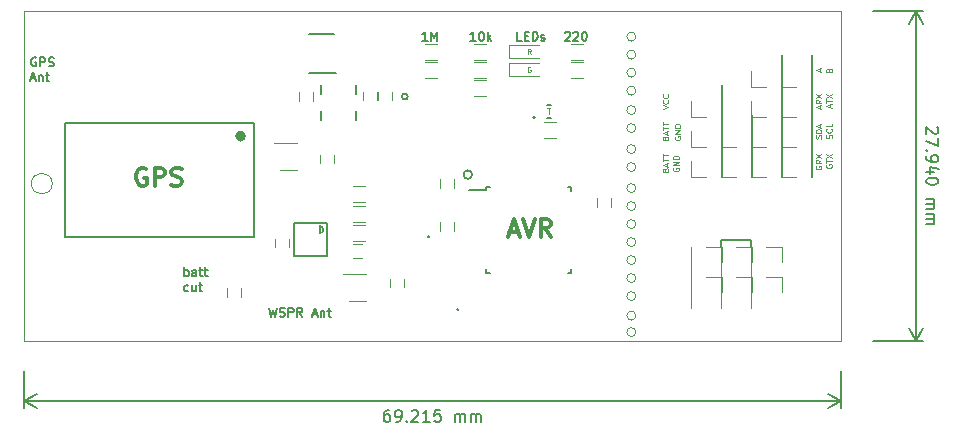
<source format=gbr>
G04 #@! TF.GenerationSoftware,KiCad,Pcbnew,(5.1.0)-1*
G04 #@! TF.CreationDate,2019-05-20T22:37:16-04:00*
G04 #@! TF.ProjectId,PicoTrackerWSPR1Rev5,5069636f-5472-4616-936b-657257535052,rev?*
G04 #@! TF.SameCoordinates,Original*
G04 #@! TF.FileFunction,Legend,Top*
G04 #@! TF.FilePolarity,Positive*
%FSLAX46Y46*%
G04 Gerber Fmt 4.6, Leading zero omitted, Abs format (unit mm)*
G04 Created by KiCad (PCBNEW (5.1.0)-1) date 2019-05-20 22:37:16*
%MOMM*%
%LPD*%
G04 APERTURE LIST*
%ADD10C,0.150000*%
%ADD11C,0.100000*%
%ADD12C,0.125000*%
%ADD13C,0.127000*%
%ADD14C,0.050000*%
%ADD15C,0.300000*%
%ADD16C,0.200000*%
%ADD17C,0.203200*%
%ADD18C,0.120000*%
%ADD19C,0.398780*%
%ADD20C,0.152400*%
G04 APERTURE END LIST*
D10*
X84915833Y-96002380D02*
X84725357Y-96002380D01*
X84630119Y-96050000D01*
X84582500Y-96097619D01*
X84487261Y-96240476D01*
X84439642Y-96430952D01*
X84439642Y-96811904D01*
X84487261Y-96907142D01*
X84534880Y-96954761D01*
X84630119Y-97002380D01*
X84820595Y-97002380D01*
X84915833Y-96954761D01*
X84963452Y-96907142D01*
X85011071Y-96811904D01*
X85011071Y-96573809D01*
X84963452Y-96478571D01*
X84915833Y-96430952D01*
X84820595Y-96383333D01*
X84630119Y-96383333D01*
X84534880Y-96430952D01*
X84487261Y-96478571D01*
X84439642Y-96573809D01*
X85487261Y-97002380D02*
X85677738Y-97002380D01*
X85772976Y-96954761D01*
X85820595Y-96907142D01*
X85915833Y-96764285D01*
X85963452Y-96573809D01*
X85963452Y-96192857D01*
X85915833Y-96097619D01*
X85868214Y-96050000D01*
X85772976Y-96002380D01*
X85582500Y-96002380D01*
X85487261Y-96050000D01*
X85439642Y-96097619D01*
X85392023Y-96192857D01*
X85392023Y-96430952D01*
X85439642Y-96526190D01*
X85487261Y-96573809D01*
X85582500Y-96621428D01*
X85772976Y-96621428D01*
X85868214Y-96573809D01*
X85915833Y-96526190D01*
X85963452Y-96430952D01*
X86392023Y-96907142D02*
X86439642Y-96954761D01*
X86392023Y-97002380D01*
X86344404Y-96954761D01*
X86392023Y-96907142D01*
X86392023Y-97002380D01*
X86820595Y-96097619D02*
X86868214Y-96050000D01*
X86963452Y-96002380D01*
X87201547Y-96002380D01*
X87296785Y-96050000D01*
X87344404Y-96097619D01*
X87392023Y-96192857D01*
X87392023Y-96288095D01*
X87344404Y-96430952D01*
X86772976Y-97002380D01*
X87392023Y-97002380D01*
X88344404Y-97002380D02*
X87772976Y-97002380D01*
X88058690Y-97002380D02*
X88058690Y-96002380D01*
X87963452Y-96145238D01*
X87868214Y-96240476D01*
X87772976Y-96288095D01*
X89249166Y-96002380D02*
X88772976Y-96002380D01*
X88725357Y-96478571D01*
X88772976Y-96430952D01*
X88868214Y-96383333D01*
X89106309Y-96383333D01*
X89201547Y-96430952D01*
X89249166Y-96478571D01*
X89296785Y-96573809D01*
X89296785Y-96811904D01*
X89249166Y-96907142D01*
X89201547Y-96954761D01*
X89106309Y-97002380D01*
X88868214Y-97002380D01*
X88772976Y-96954761D01*
X88725357Y-96907142D01*
X90487261Y-97002380D02*
X90487261Y-96335714D01*
X90487261Y-96430952D02*
X90534880Y-96383333D01*
X90630119Y-96335714D01*
X90772976Y-96335714D01*
X90868214Y-96383333D01*
X90915833Y-96478571D01*
X90915833Y-97002380D01*
X90915833Y-96478571D02*
X90963452Y-96383333D01*
X91058690Y-96335714D01*
X91201547Y-96335714D01*
X91296785Y-96383333D01*
X91344404Y-96478571D01*
X91344404Y-97002380D01*
X91820595Y-97002380D02*
X91820595Y-96335714D01*
X91820595Y-96430952D02*
X91868214Y-96383333D01*
X91963452Y-96335714D01*
X92106309Y-96335714D01*
X92201547Y-96383333D01*
X92249166Y-96478571D01*
X92249166Y-97002380D01*
X92249166Y-96478571D02*
X92296785Y-96383333D01*
X92392023Y-96335714D01*
X92534880Y-96335714D01*
X92630119Y-96383333D01*
X92677738Y-96478571D01*
X92677738Y-97002380D01*
X123190000Y-95250000D02*
X53975000Y-95250000D01*
X123190000Y-92710000D02*
X123190000Y-95836421D01*
X53975000Y-92710000D02*
X53975000Y-95836421D01*
X53975000Y-95250000D02*
X55101504Y-94663579D01*
X53975000Y-95250000D02*
X55101504Y-95836421D01*
X123190000Y-95250000D02*
X122063496Y-94663579D01*
X123190000Y-95250000D02*
X122063496Y-95836421D01*
D11*
X53975000Y-62230000D02*
X53975000Y-63500000D01*
X123190000Y-62230000D02*
X123190000Y-63500000D01*
X53975000Y-90170000D02*
X53975000Y-63500000D01*
X123190000Y-90170000D02*
X53975000Y-90170000D01*
X123190000Y-63500000D02*
X123190000Y-90170000D01*
X53975000Y-62230000D02*
X123190000Y-62230000D01*
X105791021Y-89408000D02*
G75*
G03X105791021Y-89408000I-381021J0D01*
G01*
D12*
X121368333Y-67343583D02*
X121368333Y-67105488D01*
X121511190Y-67391202D02*
X121011190Y-67224535D01*
X121511190Y-67057869D01*
X122138285Y-67224535D02*
X122162095Y-67153107D01*
X122185904Y-67129297D01*
X122233523Y-67105488D01*
X122304952Y-67105488D01*
X122352571Y-67129297D01*
X122376380Y-67153107D01*
X122400190Y-67200726D01*
X122400190Y-67391202D01*
X121900190Y-67391202D01*
X121900190Y-67224535D01*
X121924000Y-67176916D01*
X121947809Y-67153107D01*
X121995428Y-67129297D01*
X122043047Y-67129297D01*
X122090666Y-67153107D01*
X122114476Y-67176916D01*
X122138285Y-67224535D01*
X122138285Y-67391202D01*
X122257333Y-70359726D02*
X122257333Y-70121630D01*
X122400190Y-70407345D02*
X121900190Y-70240678D01*
X122400190Y-70074011D01*
X121900190Y-69978773D02*
X121900190Y-69693059D01*
X122400190Y-69835916D02*
X121900190Y-69835916D01*
X121900190Y-69574011D02*
X122400190Y-69240678D01*
X121900190Y-69240678D02*
X122400190Y-69574011D01*
X121368333Y-70478773D02*
X121368333Y-70240678D01*
X121511190Y-70526392D02*
X121011190Y-70359726D01*
X121511190Y-70193059D01*
X121511190Y-69740678D02*
X121273095Y-69907345D01*
X121511190Y-70026392D02*
X121011190Y-70026392D01*
X121011190Y-69835916D01*
X121035000Y-69788297D01*
X121058809Y-69764488D01*
X121106428Y-69740678D01*
X121177857Y-69740678D01*
X121225476Y-69764488D01*
X121249285Y-69788297D01*
X121273095Y-69835916D01*
X121273095Y-70026392D01*
X121011190Y-69574011D02*
X121511190Y-69240678D01*
X121011190Y-69240678D02*
X121511190Y-69574011D01*
X121487380Y-73018773D02*
X121511190Y-72947345D01*
X121511190Y-72828297D01*
X121487380Y-72780678D01*
X121463571Y-72756869D01*
X121415952Y-72733059D01*
X121368333Y-72733059D01*
X121320714Y-72756869D01*
X121296904Y-72780678D01*
X121273095Y-72828297D01*
X121249285Y-72923535D01*
X121225476Y-72971154D01*
X121201666Y-72994964D01*
X121154047Y-73018773D01*
X121106428Y-73018773D01*
X121058809Y-72994964D01*
X121035000Y-72971154D01*
X121011190Y-72923535D01*
X121011190Y-72804488D01*
X121035000Y-72733059D01*
X121511190Y-72518773D02*
X121011190Y-72518773D01*
X121011190Y-72399726D01*
X121035000Y-72328297D01*
X121082619Y-72280678D01*
X121130238Y-72256869D01*
X121225476Y-72233059D01*
X121296904Y-72233059D01*
X121392142Y-72256869D01*
X121439761Y-72280678D01*
X121487380Y-72328297D01*
X121511190Y-72399726D01*
X121511190Y-72518773D01*
X121368333Y-72042583D02*
X121368333Y-71804488D01*
X121511190Y-72090202D02*
X121011190Y-71923535D01*
X121511190Y-71756869D01*
X122376380Y-72994964D02*
X122400190Y-72923535D01*
X122400190Y-72804488D01*
X122376380Y-72756869D01*
X122352571Y-72733059D01*
X122304952Y-72709250D01*
X122257333Y-72709250D01*
X122209714Y-72733059D01*
X122185904Y-72756869D01*
X122162095Y-72804488D01*
X122138285Y-72899726D01*
X122114476Y-72947345D01*
X122090666Y-72971154D01*
X122043047Y-72994964D01*
X121995428Y-72994964D01*
X121947809Y-72971154D01*
X121924000Y-72947345D01*
X121900190Y-72899726D01*
X121900190Y-72780678D01*
X121924000Y-72709250D01*
X122352571Y-72209250D02*
X122376380Y-72233059D01*
X122400190Y-72304488D01*
X122400190Y-72352107D01*
X122376380Y-72423535D01*
X122328761Y-72471154D01*
X122281142Y-72494964D01*
X122185904Y-72518773D01*
X122114476Y-72518773D01*
X122019238Y-72494964D01*
X121971619Y-72471154D01*
X121924000Y-72423535D01*
X121900190Y-72352107D01*
X121900190Y-72304488D01*
X121924000Y-72233059D01*
X121947809Y-72209250D01*
X122400190Y-71756869D02*
X122400190Y-71994964D01*
X121900190Y-71994964D01*
X121924000Y-75225440D02*
X121900190Y-75273059D01*
X121900190Y-75344488D01*
X121924000Y-75415916D01*
X121971619Y-75463535D01*
X122019238Y-75487345D01*
X122114476Y-75511154D01*
X122185904Y-75511154D01*
X122281142Y-75487345D01*
X122328761Y-75463535D01*
X122376380Y-75415916D01*
X122400190Y-75344488D01*
X122400190Y-75296869D01*
X122376380Y-75225440D01*
X122352571Y-75201630D01*
X122185904Y-75201630D01*
X122185904Y-75296869D01*
X121900190Y-75058773D02*
X121900190Y-74773059D01*
X122400190Y-74915916D02*
X121900190Y-74915916D01*
X121900190Y-74654011D02*
X122400190Y-74320678D01*
X121900190Y-74320678D02*
X122400190Y-74654011D01*
X121035000Y-75344488D02*
X121011190Y-75392107D01*
X121011190Y-75463535D01*
X121035000Y-75534964D01*
X121082619Y-75582583D01*
X121130238Y-75606392D01*
X121225476Y-75630202D01*
X121296904Y-75630202D01*
X121392142Y-75606392D01*
X121439761Y-75582583D01*
X121487380Y-75534964D01*
X121511190Y-75463535D01*
X121511190Y-75415916D01*
X121487380Y-75344488D01*
X121463571Y-75320678D01*
X121296904Y-75320678D01*
X121296904Y-75415916D01*
X121511190Y-74820678D02*
X121273095Y-74987345D01*
X121511190Y-75106392D02*
X121011190Y-75106392D01*
X121011190Y-74915916D01*
X121035000Y-74868297D01*
X121058809Y-74844488D01*
X121106428Y-74820678D01*
X121177857Y-74820678D01*
X121225476Y-74844488D01*
X121249285Y-74868297D01*
X121273095Y-74915916D01*
X121273095Y-75106392D01*
X121011190Y-74654011D02*
X121511190Y-74320678D01*
X121011190Y-74320678D02*
X121511190Y-74654011D01*
X108057190Y-70550202D02*
X108557190Y-70383535D01*
X108057190Y-70216869D01*
X108509571Y-69764488D02*
X108533380Y-69788297D01*
X108557190Y-69859726D01*
X108557190Y-69907345D01*
X108533380Y-69978773D01*
X108485761Y-70026392D01*
X108438142Y-70050202D01*
X108342904Y-70074011D01*
X108271476Y-70074011D01*
X108176238Y-70050202D01*
X108128619Y-70026392D01*
X108081000Y-69978773D01*
X108057190Y-69907345D01*
X108057190Y-69859726D01*
X108081000Y-69788297D01*
X108104809Y-69764488D01*
X108509571Y-69264488D02*
X108533380Y-69288297D01*
X108557190Y-69359726D01*
X108557190Y-69407345D01*
X108533380Y-69478773D01*
X108485761Y-69526392D01*
X108438142Y-69550202D01*
X108342904Y-69574011D01*
X108271476Y-69574011D01*
X108176238Y-69550202D01*
X108128619Y-69526392D01*
X108081000Y-69478773D01*
X108057190Y-69407345D01*
X108057190Y-69359726D01*
X108081000Y-69288297D01*
X108104809Y-69264488D01*
X108295285Y-72987011D02*
X108319095Y-72915583D01*
X108342904Y-72891773D01*
X108390523Y-72867964D01*
X108461952Y-72867964D01*
X108509571Y-72891773D01*
X108533380Y-72915583D01*
X108557190Y-72963202D01*
X108557190Y-73153678D01*
X108057190Y-73153678D01*
X108057190Y-72987011D01*
X108081000Y-72939392D01*
X108104809Y-72915583D01*
X108152428Y-72891773D01*
X108200047Y-72891773D01*
X108247666Y-72915583D01*
X108271476Y-72939392D01*
X108295285Y-72987011D01*
X108295285Y-73153678D01*
X108414333Y-72677488D02*
X108414333Y-72439392D01*
X108557190Y-72725107D02*
X108057190Y-72558440D01*
X108557190Y-72391773D01*
X108057190Y-72296535D02*
X108057190Y-72010821D01*
X108557190Y-72153678D02*
X108057190Y-72153678D01*
X108057190Y-71915583D02*
X108057190Y-71629869D01*
X108557190Y-71772726D02*
X108057190Y-71772726D01*
X109097000Y-72852107D02*
X109073190Y-72899726D01*
X109073190Y-72971154D01*
X109097000Y-73042583D01*
X109144619Y-73090202D01*
X109192238Y-73114011D01*
X109287476Y-73137821D01*
X109358904Y-73137821D01*
X109454142Y-73114011D01*
X109501761Y-73090202D01*
X109549380Y-73042583D01*
X109573190Y-72971154D01*
X109573190Y-72923535D01*
X109549380Y-72852107D01*
X109525571Y-72828297D01*
X109358904Y-72828297D01*
X109358904Y-72923535D01*
X109573190Y-72614011D02*
X109073190Y-72614011D01*
X109573190Y-72328297D01*
X109073190Y-72328297D01*
X109573190Y-72090202D02*
X109073190Y-72090202D01*
X109073190Y-71971154D01*
X109097000Y-71899726D01*
X109144619Y-71852107D01*
X109192238Y-71828297D01*
X109287476Y-71804488D01*
X109358904Y-71804488D01*
X109454142Y-71828297D01*
X109501761Y-71852107D01*
X109549380Y-71899726D01*
X109573190Y-71971154D01*
X109573190Y-72090202D01*
X108970000Y-75519107D02*
X108946190Y-75566726D01*
X108946190Y-75638154D01*
X108970000Y-75709583D01*
X109017619Y-75757202D01*
X109065238Y-75781011D01*
X109160476Y-75804821D01*
X109231904Y-75804821D01*
X109327142Y-75781011D01*
X109374761Y-75757202D01*
X109422380Y-75709583D01*
X109446190Y-75638154D01*
X109446190Y-75590535D01*
X109422380Y-75519107D01*
X109398571Y-75495297D01*
X109231904Y-75495297D01*
X109231904Y-75590535D01*
X109446190Y-75281011D02*
X108946190Y-75281011D01*
X109446190Y-74995297D01*
X108946190Y-74995297D01*
X109446190Y-74757202D02*
X108946190Y-74757202D01*
X108946190Y-74638154D01*
X108970000Y-74566726D01*
X109017619Y-74519107D01*
X109065238Y-74495297D01*
X109160476Y-74471488D01*
X109231904Y-74471488D01*
X109327142Y-74495297D01*
X109374761Y-74519107D01*
X109422380Y-74566726D01*
X109446190Y-74638154D01*
X109446190Y-74757202D01*
X108295285Y-75654011D02*
X108319095Y-75582583D01*
X108342904Y-75558773D01*
X108390523Y-75534964D01*
X108461952Y-75534964D01*
X108509571Y-75558773D01*
X108533380Y-75582583D01*
X108557190Y-75630202D01*
X108557190Y-75820678D01*
X108057190Y-75820678D01*
X108057190Y-75654011D01*
X108081000Y-75606392D01*
X108104809Y-75582583D01*
X108152428Y-75558773D01*
X108200047Y-75558773D01*
X108247666Y-75582583D01*
X108271476Y-75606392D01*
X108295285Y-75654011D01*
X108295285Y-75820678D01*
X108414333Y-75344488D02*
X108414333Y-75106392D01*
X108557190Y-75392107D02*
X108057190Y-75225440D01*
X108557190Y-75058773D01*
X108057190Y-74963535D02*
X108057190Y-74677821D01*
X108557190Y-74820678D02*
X108057190Y-74820678D01*
X108057190Y-74582583D02*
X108057190Y-74296869D01*
X108557190Y-74439726D02*
X108057190Y-74439726D01*
D11*
X105791021Y-64389000D02*
G75*
G03X105791021Y-64389000I-381021J0D01*
G01*
X105791021Y-65913000D02*
G75*
G03X105791021Y-65913000I-381021J0D01*
G01*
X105791021Y-67437000D02*
G75*
G03X105791021Y-67437000I-381021J0D01*
G01*
X105791021Y-68961000D02*
G75*
G03X105791021Y-68961000I-381021J0D01*
G01*
X105791021Y-70612000D02*
G75*
G03X105791021Y-70612000I-381021J0D01*
G01*
X105791021Y-72136000D02*
G75*
G03X105791021Y-72136000I-381021J0D01*
G01*
X105791021Y-73914000D02*
G75*
G03X105791021Y-73914000I-381021J0D01*
G01*
X105791021Y-75438000D02*
G75*
G03X105791021Y-75438000I-381021J0D01*
G01*
X105791021Y-77216000D02*
G75*
G03X105791021Y-77216000I-381021J0D01*
G01*
X105791021Y-78740000D02*
G75*
G03X105791021Y-78740000I-381021J0D01*
G01*
X105791021Y-80264000D02*
G75*
G03X105791021Y-80264000I-381021J0D01*
G01*
X105791021Y-81788000D02*
G75*
G03X105791021Y-81788000I-381021J0D01*
G01*
X105791021Y-83312000D02*
G75*
G03X105791021Y-83312000I-381021J0D01*
G01*
X105791021Y-86360000D02*
G75*
G03X105791021Y-86360000I-381021J0D01*
G01*
X105791021Y-84836000D02*
G75*
G03X105791021Y-84836000I-381021J0D01*
G01*
D10*
X131292380Y-72057142D02*
X131340000Y-72104761D01*
X131387619Y-72200000D01*
X131387619Y-72438095D01*
X131340000Y-72533333D01*
X131292380Y-72580952D01*
X131197142Y-72628571D01*
X131101904Y-72628571D01*
X130959047Y-72580952D01*
X130387619Y-72009523D01*
X130387619Y-72628571D01*
X131387619Y-72961904D02*
X131387619Y-73628571D01*
X130387619Y-73200000D01*
X130482857Y-74009523D02*
X130435238Y-74057142D01*
X130387619Y-74009523D01*
X130435238Y-73961904D01*
X130482857Y-74009523D01*
X130387619Y-74009523D01*
X130387619Y-74533333D02*
X130387619Y-74723809D01*
X130435238Y-74819047D01*
X130482857Y-74866666D01*
X130625714Y-74961904D01*
X130816190Y-75009523D01*
X131197142Y-75009523D01*
X131292380Y-74961904D01*
X131340000Y-74914285D01*
X131387619Y-74819047D01*
X131387619Y-74628571D01*
X131340000Y-74533333D01*
X131292380Y-74485714D01*
X131197142Y-74438095D01*
X130959047Y-74438095D01*
X130863809Y-74485714D01*
X130816190Y-74533333D01*
X130768571Y-74628571D01*
X130768571Y-74819047D01*
X130816190Y-74914285D01*
X130863809Y-74961904D01*
X130959047Y-75009523D01*
X131054285Y-75866666D02*
X130387619Y-75866666D01*
X131435238Y-75628571D02*
X130720952Y-75390476D01*
X130720952Y-76009523D01*
X131387619Y-76580952D02*
X131387619Y-76676190D01*
X131340000Y-76771428D01*
X131292380Y-76819047D01*
X131197142Y-76866666D01*
X131006666Y-76914285D01*
X130768571Y-76914285D01*
X130578095Y-76866666D01*
X130482857Y-76819047D01*
X130435238Y-76771428D01*
X130387619Y-76676190D01*
X130387619Y-76580952D01*
X130435238Y-76485714D01*
X130482857Y-76438095D01*
X130578095Y-76390476D01*
X130768571Y-76342857D01*
X131006666Y-76342857D01*
X131197142Y-76390476D01*
X131292380Y-76438095D01*
X131340000Y-76485714D01*
X131387619Y-76580952D01*
X130387619Y-78104761D02*
X131054285Y-78104761D01*
X130959047Y-78104761D02*
X131006666Y-78152380D01*
X131054285Y-78247619D01*
X131054285Y-78390476D01*
X131006666Y-78485714D01*
X130911428Y-78533333D01*
X130387619Y-78533333D01*
X130911428Y-78533333D02*
X131006666Y-78580952D01*
X131054285Y-78676190D01*
X131054285Y-78819047D01*
X131006666Y-78914285D01*
X130911428Y-78961904D01*
X130387619Y-78961904D01*
X130387619Y-79438095D02*
X131054285Y-79438095D01*
X130959047Y-79438095D02*
X131006666Y-79485714D01*
X131054285Y-79580952D01*
X131054285Y-79723809D01*
X131006666Y-79819047D01*
X130911428Y-79866666D01*
X130387619Y-79866666D01*
X130911428Y-79866666D02*
X131006666Y-79914285D01*
X131054285Y-80009523D01*
X131054285Y-80152380D01*
X131006666Y-80247619D01*
X130911428Y-80295238D01*
X130387619Y-80295238D01*
X129540000Y-62230000D02*
X129540000Y-90170000D01*
X125857000Y-62230000D02*
X130126421Y-62230000D01*
X125857000Y-90170000D02*
X130126421Y-90170000D01*
X129540000Y-90170000D02*
X128953579Y-89043496D01*
X129540000Y-90170000D02*
X130126421Y-89043496D01*
X129540000Y-62230000D02*
X128953579Y-63356504D01*
X129540000Y-62230000D02*
X130126421Y-63356504D01*
D13*
X88156978Y-64728285D02*
X87728407Y-64728285D01*
X87942692Y-64728285D02*
X87942692Y-63978285D01*
X87871264Y-64085428D01*
X87799835Y-64156857D01*
X87728407Y-64192571D01*
X88478407Y-64728285D02*
X88478407Y-63978285D01*
X88728407Y-64514000D01*
X88978407Y-63978285D01*
X88978407Y-64728285D01*
D14*
X96876309Y-65839952D02*
X96742976Y-65649476D01*
X96647738Y-65839952D02*
X96647738Y-65439952D01*
X96800119Y-65439952D01*
X96838214Y-65459000D01*
X96857261Y-65478047D01*
X96876309Y-65516142D01*
X96876309Y-65573285D01*
X96857261Y-65611380D01*
X96838214Y-65630428D01*
X96800119Y-65649476D01*
X96647738Y-65649476D01*
X96857261Y-66983000D02*
X96819166Y-66963952D01*
X96762023Y-66963952D01*
X96704880Y-66983000D01*
X96666785Y-67021095D01*
X96647738Y-67059190D01*
X96628690Y-67135380D01*
X96628690Y-67192523D01*
X96647738Y-67268714D01*
X96666785Y-67306809D01*
X96704880Y-67344904D01*
X96762023Y-67363952D01*
X96800119Y-67363952D01*
X96857261Y-67344904D01*
X96876309Y-67325857D01*
X96876309Y-67192523D01*
X96800119Y-67192523D01*
D15*
X95095714Y-80895000D02*
X95810000Y-80895000D01*
X94952857Y-81323571D02*
X95452857Y-79823571D01*
X95952857Y-81323571D01*
X96238571Y-79823571D02*
X96738571Y-81323571D01*
X97238571Y-79823571D01*
X98595714Y-81323571D02*
X98095714Y-80609285D01*
X97738571Y-81323571D02*
X97738571Y-79823571D01*
X98310000Y-79823571D01*
X98452857Y-79895000D01*
X98524285Y-79966428D01*
X98595714Y-80109285D01*
X98595714Y-80323571D01*
X98524285Y-80466428D01*
X98452857Y-80537857D01*
X98310000Y-80609285D01*
X97738571Y-80609285D01*
X64329857Y-75577000D02*
X64187000Y-75505571D01*
X63972714Y-75505571D01*
X63758428Y-75577000D01*
X63615571Y-75719857D01*
X63544142Y-75862714D01*
X63472714Y-76148428D01*
X63472714Y-76362714D01*
X63544142Y-76648428D01*
X63615571Y-76791285D01*
X63758428Y-76934142D01*
X63972714Y-77005571D01*
X64115571Y-77005571D01*
X64329857Y-76934142D01*
X64401285Y-76862714D01*
X64401285Y-76362714D01*
X64115571Y-76362714D01*
X65044142Y-77005571D02*
X65044142Y-75505571D01*
X65615571Y-75505571D01*
X65758428Y-75577000D01*
X65829857Y-75648428D01*
X65901285Y-75791285D01*
X65901285Y-76005571D01*
X65829857Y-76148428D01*
X65758428Y-76219857D01*
X65615571Y-76291285D01*
X65044142Y-76291285D01*
X66472714Y-76934142D02*
X66687000Y-77005571D01*
X67044142Y-77005571D01*
X67187000Y-76934142D01*
X67258428Y-76862714D01*
X67329857Y-76719857D01*
X67329857Y-76577000D01*
X67258428Y-76434142D01*
X67187000Y-76362714D01*
X67044142Y-76291285D01*
X66758428Y-76219857D01*
X66615571Y-76148428D01*
X66544142Y-76077000D01*
X66472714Y-75934142D01*
X66472714Y-75791285D01*
X66544142Y-75648428D01*
X66615571Y-75577000D01*
X66758428Y-75505571D01*
X67115571Y-75505571D01*
X67329857Y-75577000D01*
D13*
X74738692Y-87346285D02*
X74917264Y-88096285D01*
X75060121Y-87560571D01*
X75202978Y-88096285D01*
X75381550Y-87346285D01*
X75631550Y-88060571D02*
X75738692Y-88096285D01*
X75917264Y-88096285D01*
X75988692Y-88060571D01*
X76024407Y-88024857D01*
X76060121Y-87953428D01*
X76060121Y-87882000D01*
X76024407Y-87810571D01*
X75988692Y-87774857D01*
X75917264Y-87739142D01*
X75774407Y-87703428D01*
X75702978Y-87667714D01*
X75667264Y-87632000D01*
X75631550Y-87560571D01*
X75631550Y-87489142D01*
X75667264Y-87417714D01*
X75702978Y-87382000D01*
X75774407Y-87346285D01*
X75952978Y-87346285D01*
X76060121Y-87382000D01*
X76381550Y-88096285D02*
X76381550Y-87346285D01*
X76667264Y-87346285D01*
X76738692Y-87382000D01*
X76774407Y-87417714D01*
X76810121Y-87489142D01*
X76810121Y-87596285D01*
X76774407Y-87667714D01*
X76738692Y-87703428D01*
X76667264Y-87739142D01*
X76381550Y-87739142D01*
X77560121Y-88096285D02*
X77310121Y-87739142D01*
X77131550Y-88096285D02*
X77131550Y-87346285D01*
X77417264Y-87346285D01*
X77488692Y-87382000D01*
X77524407Y-87417714D01*
X77560121Y-87489142D01*
X77560121Y-87596285D01*
X77524407Y-87667714D01*
X77488692Y-87703428D01*
X77417264Y-87739142D01*
X77131550Y-87739142D01*
X78417264Y-87882000D02*
X78774407Y-87882000D01*
X78345835Y-88096285D02*
X78595835Y-87346285D01*
X78845835Y-88096285D01*
X79095835Y-87596285D02*
X79095835Y-88096285D01*
X79095835Y-87667714D02*
X79131550Y-87632000D01*
X79202978Y-87596285D01*
X79310121Y-87596285D01*
X79381550Y-87632000D01*
X79417264Y-87703428D01*
X79417264Y-88096285D01*
X79667264Y-87596285D02*
X79952978Y-87596285D01*
X79774407Y-87346285D02*
X79774407Y-87989142D01*
X79810121Y-88060571D01*
X79881550Y-88096285D01*
X79952978Y-88096285D01*
X55009978Y-66182000D02*
X54938550Y-66146285D01*
X54831407Y-66146285D01*
X54724264Y-66182000D01*
X54652835Y-66253428D01*
X54617121Y-66324857D01*
X54581407Y-66467714D01*
X54581407Y-66574857D01*
X54617121Y-66717714D01*
X54652835Y-66789142D01*
X54724264Y-66860571D01*
X54831407Y-66896285D01*
X54902835Y-66896285D01*
X55009978Y-66860571D01*
X55045692Y-66824857D01*
X55045692Y-66574857D01*
X54902835Y-66574857D01*
X55367121Y-66896285D02*
X55367121Y-66146285D01*
X55652835Y-66146285D01*
X55724264Y-66182000D01*
X55759978Y-66217714D01*
X55795692Y-66289142D01*
X55795692Y-66396285D01*
X55759978Y-66467714D01*
X55724264Y-66503428D01*
X55652835Y-66539142D01*
X55367121Y-66539142D01*
X56081407Y-66860571D02*
X56188550Y-66896285D01*
X56367121Y-66896285D01*
X56438550Y-66860571D01*
X56474264Y-66824857D01*
X56509978Y-66753428D01*
X56509978Y-66682000D01*
X56474264Y-66610571D01*
X56438550Y-66574857D01*
X56367121Y-66539142D01*
X56224264Y-66503428D01*
X56152835Y-66467714D01*
X56117121Y-66432000D01*
X56081407Y-66360571D01*
X56081407Y-66289142D01*
X56117121Y-66217714D01*
X56152835Y-66182000D01*
X56224264Y-66146285D01*
X56402835Y-66146285D01*
X56509978Y-66182000D01*
X54581407Y-67934000D02*
X54938550Y-67934000D01*
X54509978Y-68148285D02*
X54759978Y-67398285D01*
X55009978Y-68148285D01*
X55259978Y-67648285D02*
X55259978Y-68148285D01*
X55259978Y-67719714D02*
X55295692Y-67684000D01*
X55367121Y-67648285D01*
X55474264Y-67648285D01*
X55545692Y-67684000D01*
X55581407Y-67755428D01*
X55581407Y-68148285D01*
X55831407Y-67648285D02*
X56117121Y-67648285D01*
X55938550Y-67398285D02*
X55938550Y-68041142D01*
X55974264Y-68112571D01*
X56045692Y-68148285D01*
X56117121Y-68148285D01*
X67571121Y-84676285D02*
X67571121Y-83926285D01*
X67571121Y-84212000D02*
X67642550Y-84176285D01*
X67785407Y-84176285D01*
X67856835Y-84212000D01*
X67892550Y-84247714D01*
X67928264Y-84319142D01*
X67928264Y-84533428D01*
X67892550Y-84604857D01*
X67856835Y-84640571D01*
X67785407Y-84676285D01*
X67642550Y-84676285D01*
X67571121Y-84640571D01*
X68571121Y-84676285D02*
X68571121Y-84283428D01*
X68535407Y-84212000D01*
X68463978Y-84176285D01*
X68321121Y-84176285D01*
X68249692Y-84212000D01*
X68571121Y-84640571D02*
X68499692Y-84676285D01*
X68321121Y-84676285D01*
X68249692Y-84640571D01*
X68213978Y-84569142D01*
X68213978Y-84497714D01*
X68249692Y-84426285D01*
X68321121Y-84390571D01*
X68499692Y-84390571D01*
X68571121Y-84354857D01*
X68821121Y-84176285D02*
X69106835Y-84176285D01*
X68928264Y-83926285D02*
X68928264Y-84569142D01*
X68963978Y-84640571D01*
X69035407Y-84676285D01*
X69106835Y-84676285D01*
X69249692Y-84176285D02*
X69535407Y-84176285D01*
X69356835Y-83926285D02*
X69356835Y-84569142D01*
X69392550Y-84640571D01*
X69463978Y-84676285D01*
X69535407Y-84676285D01*
X67892550Y-85892571D02*
X67821121Y-85928285D01*
X67678264Y-85928285D01*
X67606835Y-85892571D01*
X67571121Y-85856857D01*
X67535407Y-85785428D01*
X67535407Y-85571142D01*
X67571121Y-85499714D01*
X67606835Y-85464000D01*
X67678264Y-85428285D01*
X67821121Y-85428285D01*
X67892550Y-85464000D01*
X68535407Y-85428285D02*
X68535407Y-85928285D01*
X68213978Y-85428285D02*
X68213978Y-85821142D01*
X68249692Y-85892571D01*
X68321121Y-85928285D01*
X68428264Y-85928285D01*
X68499692Y-85892571D01*
X68535407Y-85856857D01*
X68785407Y-85428285D02*
X69071121Y-85428285D01*
X68892550Y-85178285D02*
X68892550Y-85821142D01*
X68928264Y-85892571D01*
X68999692Y-85928285D01*
X69071121Y-85928285D01*
X96122264Y-64728285D02*
X95765121Y-64728285D01*
X95765121Y-63978285D01*
X96372264Y-64335428D02*
X96622264Y-64335428D01*
X96729407Y-64728285D02*
X96372264Y-64728285D01*
X96372264Y-63978285D01*
X96729407Y-63978285D01*
X97050835Y-64728285D02*
X97050835Y-63978285D01*
X97229407Y-63978285D01*
X97336550Y-64014000D01*
X97407978Y-64085428D01*
X97443692Y-64156857D01*
X97479407Y-64299714D01*
X97479407Y-64406857D01*
X97443692Y-64549714D01*
X97407978Y-64621142D01*
X97336550Y-64692571D01*
X97229407Y-64728285D01*
X97050835Y-64728285D01*
X97765121Y-64692571D02*
X97836550Y-64728285D01*
X97979407Y-64728285D01*
X98050835Y-64692571D01*
X98086550Y-64621142D01*
X98086550Y-64585428D01*
X98050835Y-64514000D01*
X97979407Y-64478285D01*
X97872264Y-64478285D01*
X97800835Y-64442571D01*
X97765121Y-64371142D01*
X97765121Y-64335428D01*
X97800835Y-64264000D01*
X97872264Y-64228285D01*
X97979407Y-64228285D01*
X98050835Y-64264000D01*
X99793407Y-64049714D02*
X99829121Y-64014000D01*
X99900550Y-63978285D01*
X100079121Y-63978285D01*
X100150550Y-64014000D01*
X100186264Y-64049714D01*
X100221978Y-64121142D01*
X100221978Y-64192571D01*
X100186264Y-64299714D01*
X99757692Y-64728285D01*
X100221978Y-64728285D01*
X100507692Y-64049714D02*
X100543407Y-64014000D01*
X100614835Y-63978285D01*
X100793407Y-63978285D01*
X100864835Y-64014000D01*
X100900550Y-64049714D01*
X100936264Y-64121142D01*
X100936264Y-64192571D01*
X100900550Y-64299714D01*
X100471978Y-64728285D01*
X100936264Y-64728285D01*
X101400550Y-63978285D02*
X101471978Y-63978285D01*
X101543407Y-64014000D01*
X101579121Y-64049714D01*
X101614835Y-64121142D01*
X101650550Y-64264000D01*
X101650550Y-64442571D01*
X101614835Y-64585428D01*
X101579121Y-64656857D01*
X101543407Y-64692571D01*
X101471978Y-64728285D01*
X101400550Y-64728285D01*
X101329121Y-64692571D01*
X101293407Y-64656857D01*
X101257692Y-64585428D01*
X101221978Y-64442571D01*
X101221978Y-64264000D01*
X101257692Y-64121142D01*
X101293407Y-64049714D01*
X101329121Y-64014000D01*
X101400550Y-63978285D01*
X92220978Y-64728285D02*
X91792407Y-64728285D01*
X92006692Y-64728285D02*
X92006692Y-63978285D01*
X91935264Y-64085428D01*
X91863835Y-64156857D01*
X91792407Y-64192571D01*
X92685264Y-63978285D02*
X92756692Y-63978285D01*
X92828121Y-64014000D01*
X92863835Y-64049714D01*
X92899550Y-64121142D01*
X92935264Y-64264000D01*
X92935264Y-64442571D01*
X92899550Y-64585428D01*
X92863835Y-64656857D01*
X92828121Y-64692571D01*
X92756692Y-64728285D01*
X92685264Y-64728285D01*
X92613835Y-64692571D01*
X92578121Y-64656857D01*
X92542407Y-64585428D01*
X92506692Y-64442571D01*
X92506692Y-64264000D01*
X92542407Y-64121142D01*
X92578121Y-64049714D01*
X92613835Y-64014000D01*
X92685264Y-63978285D01*
X93256692Y-64728285D02*
X93256692Y-63978285D01*
X93328121Y-64442571D02*
X93542407Y-64728285D01*
X93542407Y-64228285D02*
X93256692Y-64514000D01*
D11*
X105791021Y-88011000D02*
G75*
G03X105791021Y-88011000I-381021J0D01*
G01*
X56388000Y-76835000D02*
G75*
G03X56388000Y-76835000I-889000J0D01*
G01*
D16*
X115570000Y-81601000D02*
X115570000Y-82236000D01*
X113030000Y-81601000D02*
X115570000Y-81601000D01*
X113030000Y-82236000D02*
X113030000Y-81601000D01*
X86487000Y-69469000D02*
G75*
G03X86487000Y-69469000I-254000J0D01*
G01*
X91926210Y-76073000D02*
G75*
G03X91926210Y-76073000I-359210J0D01*
G01*
D17*
X79171800Y-71450200D02*
X79171800Y-70723760D01*
X82118200Y-68503800D02*
X82118200Y-69230240D01*
X79171800Y-69230240D02*
X79171800Y-68503800D01*
X82118200Y-70723760D02*
X82118200Y-71450200D01*
D18*
X103724000Y-78075000D02*
X103724000Y-78775000D01*
X102524000Y-78775000D02*
X102524000Y-78075000D01*
X78451000Y-69119000D02*
X78451000Y-69819000D01*
X77251000Y-69819000D02*
X77251000Y-69119000D01*
X82712000Y-69758000D02*
X82712000Y-69058000D01*
X83912000Y-69058000D02*
X83912000Y-69758000D01*
X85182000Y-69058000D02*
X85182000Y-69758000D01*
X83982000Y-69758000D02*
X83982000Y-69058000D01*
X72355000Y-85695000D02*
X72355000Y-86395000D01*
X71155000Y-86395000D02*
X71155000Y-85695000D01*
X80229000Y-74387000D02*
X80229000Y-75087000D01*
X79029000Y-75087000D02*
X79029000Y-74387000D01*
X81880000Y-81950000D02*
X82580000Y-81950000D01*
X82580000Y-83150000D02*
X81880000Y-83150000D01*
X84998000Y-85628000D02*
X84998000Y-84928000D01*
X86198000Y-84928000D02*
X86198000Y-85628000D01*
X90389000Y-76485000D02*
X90389000Y-77185000D01*
X89189000Y-77185000D02*
X89189000Y-76485000D01*
X76419000Y-81499000D02*
X76419000Y-82199000D01*
X75219000Y-82199000D02*
X75219000Y-81499000D01*
X113030000Y-76260000D02*
X113090000Y-76260000D01*
X113090000Y-76260000D02*
X113090000Y-73600000D01*
X113090000Y-73600000D02*
X113030000Y-73600000D01*
X113030000Y-73600000D02*
X113030000Y-76260000D01*
X111760000Y-76260000D02*
X110430000Y-76260000D01*
X110430000Y-76260000D02*
X110430000Y-74930000D01*
X115570000Y-76260000D02*
X115630000Y-76260000D01*
X115630000Y-76260000D02*
X115630000Y-73600000D01*
X115630000Y-73600000D02*
X115570000Y-73600000D01*
X115570000Y-73600000D02*
X115570000Y-76260000D01*
X114300000Y-76260000D02*
X112970000Y-76260000D01*
X112970000Y-76260000D02*
X112970000Y-74930000D01*
X118110000Y-71180000D02*
X118170000Y-71180000D01*
X118170000Y-71180000D02*
X118170000Y-68520000D01*
X118170000Y-68520000D02*
X118110000Y-68520000D01*
X118110000Y-68520000D02*
X118110000Y-71180000D01*
X116840000Y-71180000D02*
X115510000Y-71180000D01*
X115510000Y-71180000D02*
X115510000Y-69850000D01*
X118050000Y-71180000D02*
X118050000Y-69850000D01*
X119380000Y-71180000D02*
X118050000Y-71180000D01*
X120650000Y-68520000D02*
X120650000Y-71180000D01*
X120710000Y-68520000D02*
X120650000Y-68520000D01*
X120710000Y-71180000D02*
X120710000Y-68520000D01*
X120650000Y-71180000D02*
X120710000Y-71180000D01*
X110430000Y-73720000D02*
X110430000Y-72390000D01*
X111760000Y-73720000D02*
X110430000Y-73720000D01*
X113030000Y-71060000D02*
X113030000Y-73720000D01*
X113090000Y-71060000D02*
X113030000Y-71060000D01*
X113090000Y-73720000D02*
X113090000Y-71060000D01*
X113030000Y-73720000D02*
X113090000Y-73720000D01*
X118110000Y-73720000D02*
X118170000Y-73720000D01*
X118170000Y-73720000D02*
X118170000Y-71060000D01*
X118170000Y-71060000D02*
X118110000Y-71060000D01*
X118110000Y-71060000D02*
X118110000Y-73720000D01*
X116840000Y-73720000D02*
X115510000Y-73720000D01*
X115510000Y-73720000D02*
X115510000Y-72390000D01*
X118050000Y-73720000D02*
X118050000Y-72390000D01*
X119380000Y-73720000D02*
X118050000Y-73720000D01*
X120650000Y-71060000D02*
X120650000Y-73720000D01*
X120710000Y-71060000D02*
X120650000Y-71060000D01*
X120710000Y-73720000D02*
X120710000Y-71060000D01*
X120650000Y-73720000D02*
X120710000Y-73720000D01*
X118170000Y-82176000D02*
X118170000Y-83506000D01*
X116840000Y-82176000D02*
X118170000Y-82176000D01*
X115570000Y-82176000D02*
X115570000Y-84836000D01*
X115570000Y-84836000D02*
X115510000Y-84836000D01*
X115570000Y-82176000D02*
X115510000Y-82176000D01*
X115510000Y-82176000D02*
X115510000Y-84836000D01*
X112970000Y-82176000D02*
X112970000Y-84836000D01*
X113030000Y-82176000D02*
X112970000Y-82176000D01*
X113030000Y-84836000D02*
X112970000Y-84836000D01*
X113030000Y-82176000D02*
X113030000Y-84836000D01*
X114300000Y-82176000D02*
X115630000Y-82176000D01*
X115630000Y-82176000D02*
X115630000Y-83506000D01*
X113090000Y-82176000D02*
X113090000Y-83506000D01*
X111760000Y-82176000D02*
X113090000Y-82176000D01*
X110490000Y-82176000D02*
X110490000Y-84836000D01*
X110490000Y-84836000D02*
X110430000Y-84836000D01*
X110490000Y-82176000D02*
X110430000Y-82176000D01*
X110430000Y-82176000D02*
X110430000Y-84836000D01*
X115510000Y-84716000D02*
X115510000Y-87376000D01*
X115570000Y-84716000D02*
X115510000Y-84716000D01*
X115570000Y-87376000D02*
X115510000Y-87376000D01*
X115570000Y-84716000D02*
X115570000Y-87376000D01*
X116840000Y-84716000D02*
X118170000Y-84716000D01*
X118170000Y-84716000D02*
X118170000Y-86046000D01*
X112970000Y-84716000D02*
X112970000Y-87376000D01*
X113030000Y-84716000D02*
X112970000Y-84716000D01*
X113030000Y-87376000D02*
X112970000Y-87376000D01*
X113030000Y-84716000D02*
X113030000Y-87376000D01*
X114300000Y-84716000D02*
X115630000Y-84716000D01*
X115630000Y-84716000D02*
X115630000Y-86046000D01*
X113090000Y-84716000D02*
X113090000Y-86046000D01*
X111760000Y-84716000D02*
X113090000Y-84716000D01*
X110490000Y-84716000D02*
X110490000Y-87376000D01*
X110490000Y-87376000D02*
X110430000Y-87376000D01*
X110490000Y-84716000D02*
X110430000Y-84716000D01*
X110430000Y-84716000D02*
X110430000Y-87376000D01*
X120650000Y-76260000D02*
X120710000Y-76260000D01*
X120710000Y-76260000D02*
X120710000Y-73600000D01*
X120710000Y-73600000D02*
X120650000Y-73600000D01*
X120650000Y-73600000D02*
X120650000Y-76260000D01*
X119380000Y-76260000D02*
X118050000Y-76260000D01*
X118050000Y-76260000D02*
X118050000Y-74930000D01*
X115510000Y-76260000D02*
X115510000Y-74930000D01*
X116840000Y-76260000D02*
X115510000Y-76260000D01*
X118110000Y-73600000D02*
X118110000Y-76260000D01*
X118170000Y-73600000D02*
X118110000Y-73600000D01*
X118170000Y-76260000D02*
X118170000Y-73600000D01*
X118110000Y-76260000D02*
X118170000Y-76260000D01*
X115510000Y-68640000D02*
X115510000Y-67310000D01*
X116840000Y-68640000D02*
X115510000Y-68640000D01*
X118110000Y-65980000D02*
X118110000Y-68640000D01*
X118170000Y-65980000D02*
X118110000Y-65980000D01*
X118170000Y-68640000D02*
X118170000Y-65980000D01*
X118110000Y-68640000D02*
X118170000Y-68640000D01*
X120650000Y-68640000D02*
X120710000Y-68640000D01*
X120710000Y-68640000D02*
X120710000Y-65980000D01*
X120710000Y-65980000D02*
X120650000Y-65980000D01*
X120650000Y-65980000D02*
X120650000Y-68640000D01*
X119380000Y-68640000D02*
X118050000Y-68640000D01*
X118050000Y-68640000D02*
X118050000Y-67310000D01*
X95017000Y-65109000D02*
X97617000Y-65109000D01*
X95017000Y-66209000D02*
X97617000Y-66209000D01*
X95017000Y-65109000D02*
X95017000Y-66209000D01*
X95017000Y-66633000D02*
X95017000Y-67733000D01*
X95017000Y-67733000D02*
X97617000Y-67733000D01*
X95017000Y-66633000D02*
X97617000Y-66633000D01*
D10*
X78105000Y-67437000D02*
X80391000Y-67437000D01*
X78105000Y-64135000D02*
X80264000Y-64135000D01*
D18*
X75687000Y-75709000D02*
X77087000Y-75709000D01*
X77087000Y-73389000D02*
X75187000Y-73389000D01*
X82929000Y-84453000D02*
X81029000Y-84453000D01*
X81529000Y-86773000D02*
X82929000Y-86773000D01*
D13*
X57439560Y-81381600D02*
X57439560Y-71721980D01*
X57439560Y-81381600D02*
X73436480Y-81381600D01*
X73436480Y-81381600D02*
X73436480Y-71721980D01*
X73436480Y-71721980D02*
X57439560Y-71721980D01*
D19*
X72575420Y-72814180D02*
G75*
G03X72575420Y-72814180I-248920J0D01*
G01*
D17*
X79631540Y-82933540D02*
X76832460Y-82933540D01*
X76832460Y-82933540D02*
X76832460Y-80134460D01*
X76832460Y-80134460D02*
X79631540Y-80134460D01*
X79631540Y-80134460D02*
X79631540Y-82933540D01*
X79029560Y-81036160D02*
X79029560Y-80434180D01*
X79029560Y-81038700D02*
G75*
G03X79029560Y-80434180I0J302260D01*
G01*
D18*
X100295000Y-64979000D02*
X101295000Y-64979000D01*
X101295000Y-66339000D02*
X100295000Y-66339000D01*
X101295000Y-67863000D02*
X100295000Y-67863000D01*
X100295000Y-66503000D02*
X101295000Y-66503000D01*
X92126000Y-64979000D02*
X93126000Y-64979000D01*
X93126000Y-66339000D02*
X92126000Y-66339000D01*
X93126000Y-67863000D02*
X92126000Y-67863000D01*
X92126000Y-66503000D02*
X93126000Y-66503000D01*
D10*
X93090000Y-77353000D02*
X91665000Y-77353000D01*
X100340000Y-77128000D02*
X100015000Y-77128000D01*
X100340000Y-84378000D02*
X100015000Y-84378000D01*
X93090000Y-84378000D02*
X93415000Y-84378000D01*
X93090000Y-77128000D02*
X93415000Y-77128000D01*
X93090000Y-84378000D02*
X93090000Y-84053000D01*
X100340000Y-84378000D02*
X100340000Y-84053000D01*
X100340000Y-77128000D02*
X100340000Y-77453000D01*
X93090000Y-77128000D02*
X93090000Y-77353000D01*
D18*
X110430000Y-71180000D02*
X110430000Y-69850000D01*
X111760000Y-71180000D02*
X110430000Y-71180000D01*
X113030000Y-68520000D02*
X113030000Y-71180000D01*
X113090000Y-68520000D02*
X113030000Y-68520000D01*
X113090000Y-71180000D02*
X113090000Y-68520000D01*
X113030000Y-71180000D02*
X113090000Y-71180000D01*
X115570000Y-73720000D02*
X115630000Y-73720000D01*
X115630000Y-73720000D02*
X115630000Y-71060000D01*
X115630000Y-71060000D02*
X115570000Y-71060000D01*
X115570000Y-71060000D02*
X115570000Y-73720000D01*
X114300000Y-73720000D02*
X112970000Y-73720000D01*
X112970000Y-73720000D02*
X112970000Y-72390000D01*
X87976000Y-64979000D02*
X88976000Y-64979000D01*
X88976000Y-66339000D02*
X87976000Y-66339000D01*
X88976000Y-67863000D02*
X87976000Y-67863000D01*
X87976000Y-66503000D02*
X88976000Y-66503000D01*
X90389000Y-80107000D02*
X90389000Y-80807000D01*
X89189000Y-80807000D02*
X89189000Y-80107000D01*
X98009000Y-71583000D02*
X99009000Y-71583000D01*
X99009000Y-72943000D02*
X98009000Y-72943000D01*
X92126000Y-68027000D02*
X93126000Y-68027000D01*
X93126000Y-69387000D02*
X92126000Y-69387000D01*
X82880000Y-81706000D02*
X81880000Y-81706000D01*
X81880000Y-80346000D02*
X82880000Y-80346000D01*
X82880000Y-80055000D02*
X81880000Y-80055000D01*
X81880000Y-78695000D02*
X82880000Y-78695000D01*
X82839000Y-78404000D02*
X81839000Y-78404000D01*
X81839000Y-77044000D02*
X82839000Y-77044000D01*
D20*
X98249950Y-71297800D02*
X98600050Y-71297800D01*
X98600050Y-70180200D02*
X98249950Y-70180200D01*
X97231200Y-71247000D02*
G75*
G03X97231200Y-71247000I-76200J0D01*
G01*
D10*
X90716100Y-87441042D02*
X90763719Y-87488661D01*
X90716100Y-87536280D01*
X90668480Y-87488661D01*
X90716100Y-87441042D01*
X90716100Y-87536280D01*
X88226900Y-81294242D02*
X88274519Y-81341861D01*
X88226900Y-81389480D01*
X88179280Y-81341861D01*
X88226900Y-81294242D01*
X88226900Y-81389480D01*
D12*
X98282142Y-70465190D02*
X98567857Y-70465190D01*
X98425000Y-70965190D02*
X98425000Y-70465190D01*
M02*

</source>
